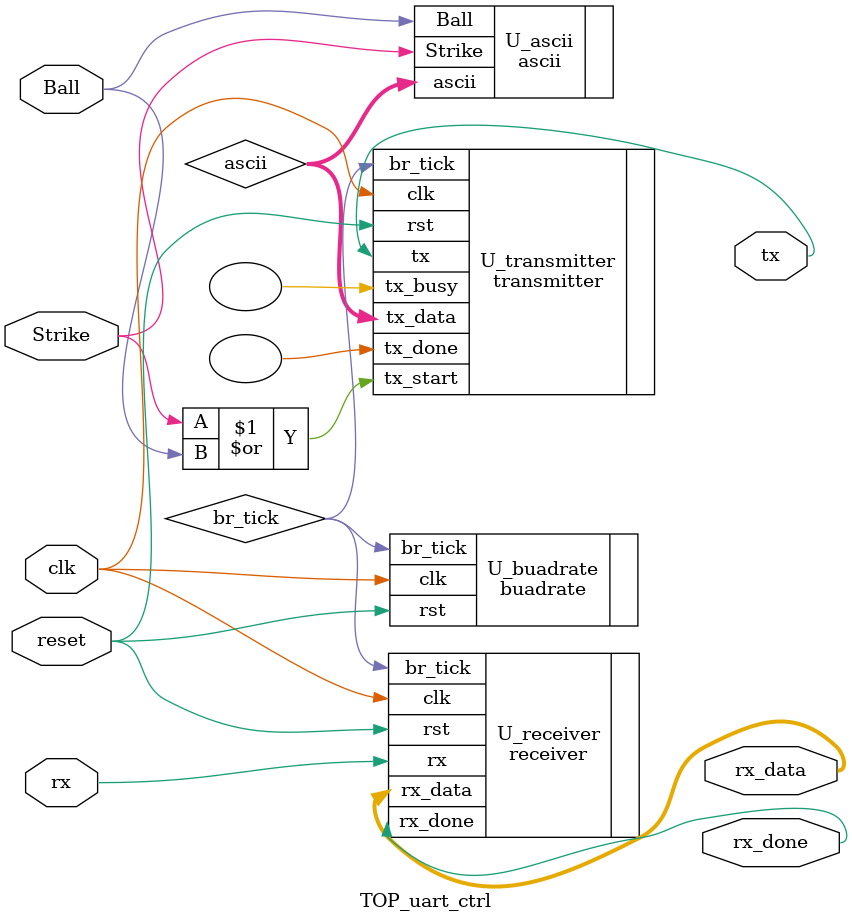
<source format=sv>
`timescale 1ns / 1ps

module TOP_uart_ctrl (
    input  logic       clk,
    input  logic       reset,
    input  logic       Strike,
    input  logic       Ball,
    output logic [7:0] rx_data,
    output logic       rx_done,
    input  logic       rx,
    output logic       tx
);
    logic       br_tick;
    logic [7:0] ascii;

    buadrate U_buadrate (
        .clk    (clk),
        .rst    (reset),
        .br_tick(br_tick)
    );

    ascii U_ascii (
        .Strike(Strike),
        .Ball  (Ball),
        .ascii (ascii)
    );

    transmitter U_transmitter (
        .clk     (clk),
        .rst     (reset),
        .br_tick (br_tick),
        .tx_start(Strike | Ball),
        .tx_data (ascii),
        .tx_busy (),
        .tx_done (),
        .tx      (tx)
    );

    receiver U_receiver (
        .clk    (clk),
        .rst    (reset),
        .rx     (rx),
        .br_tick(br_tick),
        .rx_data(rx_data),
        .rx_done(rx_done)
    );
endmodule

</source>
